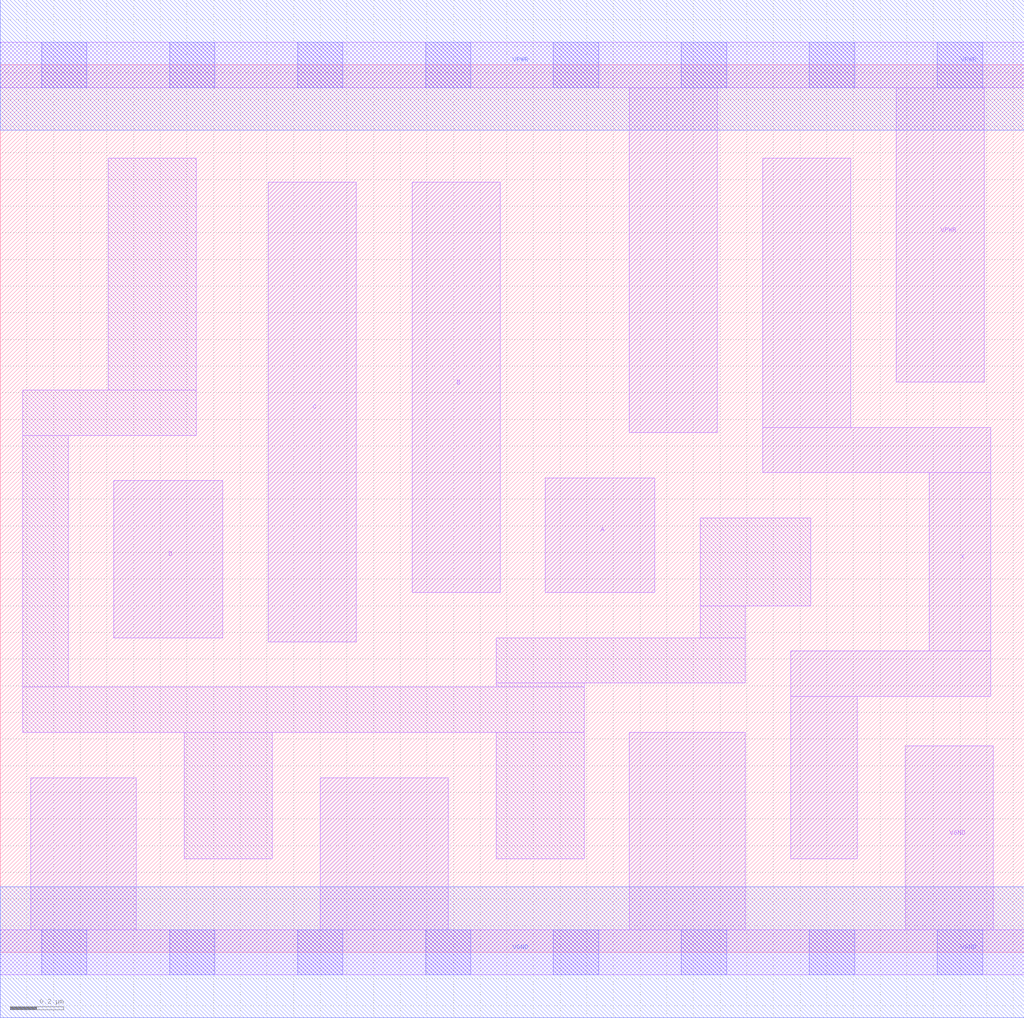
<source format=lef>
# Copyright 2020 The SkyWater PDK Authors
#
# Licensed under the Apache License, Version 2.0 (the "License");
# you may not use this file except in compliance with the License.
# You may obtain a copy of the License at
#
#     https://www.apache.org/licenses/LICENSE-2.0
#
# Unless required by applicable law or agreed to in writing, software
# distributed under the License is distributed on an "AS IS" BASIS,
# WITHOUT WARRANTIES OR CONDITIONS OF ANY KIND, either express or implied.
# See the License for the specific language governing permissions and
# limitations under the License.
#
# SPDX-License-Identifier: Apache-2.0

VERSION 5.7 ;
  NAMESCASESENSITIVE ON ;
  NOWIREEXTENSIONATPIN ON ;
  DIVIDERCHAR "/" ;
  BUSBITCHARS "[]" ;
UNITS
  DATABASE MICRONS 200 ;
END UNITS
MACRO sky130_fd_sc_ls__or4_2
  CLASS CORE ;
  SOURCE USER ;
  FOREIGN sky130_fd_sc_ls__or4_2 ;
  ORIGIN  0.000000  0.000000 ;
  SIZE  3.840000 BY  3.330000 ;
  SYMMETRY X Y ;
  SITE unit ;
  PIN A
    ANTENNAGATEAREA  0.246000 ;
    DIRECTION INPUT ;
    USE SIGNAL ;
    PORT
      LAYER li1 ;
        RECT 2.045000 1.350000 2.455000 1.780000 ;
    END
  END A
  PIN B
    ANTENNAGATEAREA  0.246000 ;
    DIRECTION INPUT ;
    USE SIGNAL ;
    PORT
      LAYER li1 ;
        RECT 1.545000 1.350000 1.875000 2.890000 ;
    END
  END B
  PIN C
    ANTENNAGATEAREA  0.246000 ;
    DIRECTION INPUT ;
    USE SIGNAL ;
    PORT
      LAYER li1 ;
        RECT 1.005000 1.165000 1.335000 2.890000 ;
    END
  END C
  PIN D
    ANTENNAGATEAREA  0.246000 ;
    DIRECTION INPUT ;
    USE SIGNAL ;
    PORT
      LAYER li1 ;
        RECT 0.425000 1.180000 0.835000 1.770000 ;
    END
  END D
  PIN X
    ANTENNADIFFAREA  0.543200 ;
    DIRECTION OUTPUT ;
    USE SIGNAL ;
    PORT
      LAYER li1 ;
        RECT 2.860000 1.800000 3.715000 1.970000 ;
        RECT 2.860000 1.970000 3.190000 2.980000 ;
        RECT 2.965000 0.350000 3.215000 0.960000 ;
        RECT 2.965000 0.960000 3.715000 1.130000 ;
        RECT 3.485000 1.130000 3.715000 1.800000 ;
    END
  END X
  PIN VGND
    DIRECTION INOUT ;
    SHAPE ABUTMENT ;
    USE GROUND ;
    PORT
      LAYER li1 ;
        RECT 0.000000 -0.085000 3.840000 0.085000 ;
        RECT 0.115000  0.085000 0.510000 0.655000 ;
        RECT 1.200000  0.085000 1.680000 0.655000 ;
        RECT 2.360000  0.085000 2.795000 0.825000 ;
        RECT 3.395000  0.085000 3.725000 0.775000 ;
      LAYER mcon ;
        RECT 0.155000 -0.085000 0.325000 0.085000 ;
        RECT 0.635000 -0.085000 0.805000 0.085000 ;
        RECT 1.115000 -0.085000 1.285000 0.085000 ;
        RECT 1.595000 -0.085000 1.765000 0.085000 ;
        RECT 2.075000 -0.085000 2.245000 0.085000 ;
        RECT 2.555000 -0.085000 2.725000 0.085000 ;
        RECT 3.035000 -0.085000 3.205000 0.085000 ;
        RECT 3.515000 -0.085000 3.685000 0.085000 ;
      LAYER met1 ;
        RECT 0.000000 -0.245000 3.840000 0.245000 ;
    END
  END VGND
  PIN VPWR
    DIRECTION INOUT ;
    SHAPE ABUTMENT ;
    USE POWER ;
    PORT
      LAYER li1 ;
        RECT 0.000000 3.245000 3.840000 3.415000 ;
        RECT 2.360000 1.950000 2.690000 3.245000 ;
        RECT 3.360000 2.140000 3.690000 3.245000 ;
      LAYER mcon ;
        RECT 0.155000 3.245000 0.325000 3.415000 ;
        RECT 0.635000 3.245000 0.805000 3.415000 ;
        RECT 1.115000 3.245000 1.285000 3.415000 ;
        RECT 1.595000 3.245000 1.765000 3.415000 ;
        RECT 2.075000 3.245000 2.245000 3.415000 ;
        RECT 2.555000 3.245000 2.725000 3.415000 ;
        RECT 3.035000 3.245000 3.205000 3.415000 ;
        RECT 3.515000 3.245000 3.685000 3.415000 ;
      LAYER met1 ;
        RECT 0.000000 3.085000 3.840000 3.575000 ;
    END
  END VPWR
  OBS
    LAYER li1 ;
      RECT 0.085000 0.825000 2.190000 0.995000 ;
      RECT 0.085000 0.995000 0.255000 1.940000 ;
      RECT 0.085000 1.940000 0.735000 2.110000 ;
      RECT 0.405000 2.110000 0.735000 2.980000 ;
      RECT 0.690000 0.350000 1.020000 0.825000 ;
      RECT 1.860000 0.350000 2.190000 0.825000 ;
      RECT 1.860000 0.995000 2.190000 1.010000 ;
      RECT 1.860000 1.010000 2.795000 1.180000 ;
      RECT 2.625000 1.180000 2.795000 1.300000 ;
      RECT 2.625000 1.300000 3.040000 1.630000 ;
  END
END sky130_fd_sc_ls__or4_2

</source>
